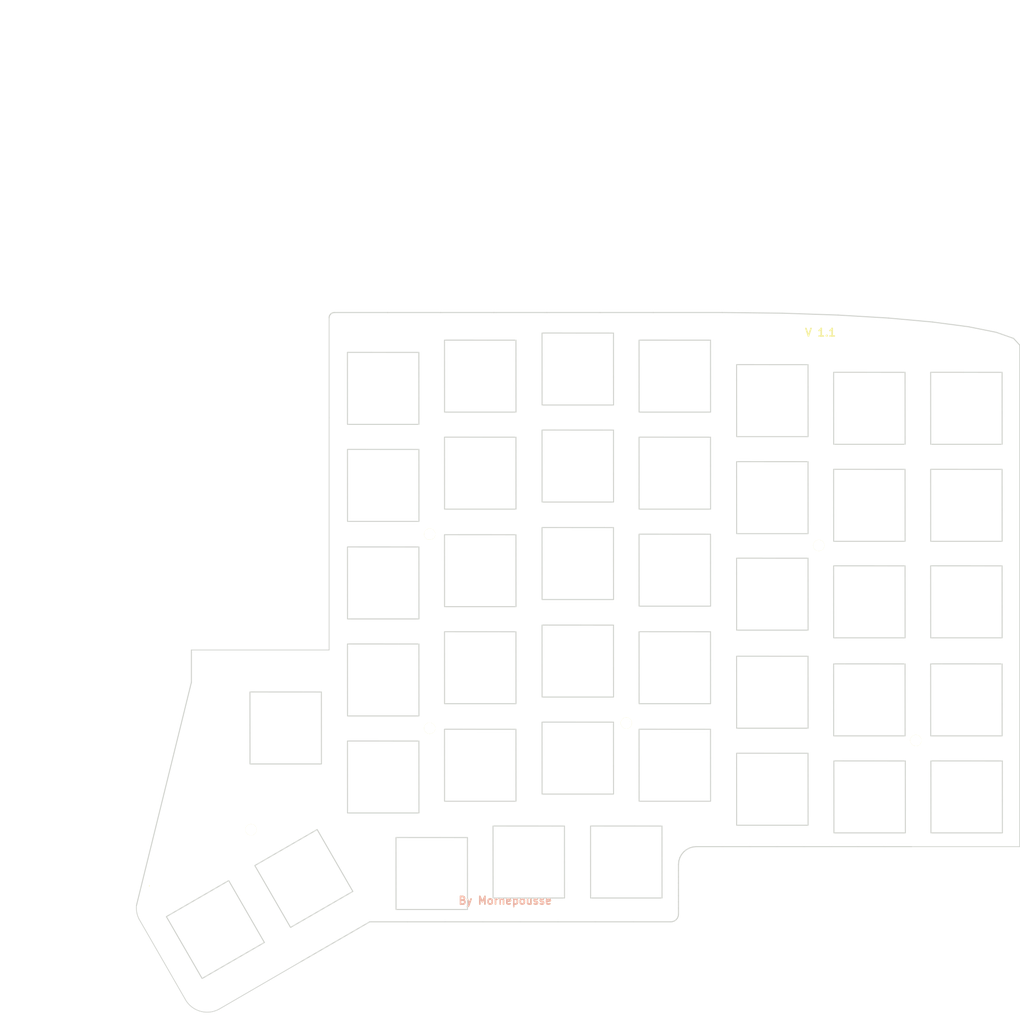
<source format=kicad_pcb>
(kicad_pcb (version 20171130) (host pcbnew "(5.1.9)-1")

  (general
    (thickness 1.6)
    (drawings 89)
    (tracks 0)
    (zones 0)
    (modules 47)
    (nets 2)
  )

  (page A4)
  (layers
    (0 F.Cu signal)
    (31 B.Cu signal)
    (32 B.Adhes user hide)
    (33 F.Adhes user hide)
    (34 B.Paste user)
    (35 F.Paste user hide)
    (36 B.SilkS user)
    (37 F.SilkS user)
    (38 B.Mask user hide)
    (39 F.Mask user hide)
    (40 Dwgs.User user hide)
    (41 Cmts.User user hide)
    (42 Eco1.User user hide)
    (43 Eco2.User user)
    (44 Edge.Cuts user)
    (45 Margin user)
    (46 B.CrtYd user)
    (47 F.CrtYd user)
    (48 B.Fab user)
    (49 F.Fab user)
  )

  (setup
    (last_trace_width 0.25)
    (user_trace_width 0.25)
    (user_trace_width 0.5)
    (trace_clearance 0.2)
    (zone_clearance 0.508)
    (zone_45_only no)
    (trace_min 0.2)
    (via_size 0.4)
    (via_drill 0.3)
    (via_min_size 0.4)
    (via_min_drill 0.3)
    (uvia_size 0.3)
    (uvia_drill 0.1)
    (uvias_allowed no)
    (uvia_min_size 0.2)
    (uvia_min_drill 0.1)
    (edge_width 0.15)
    (segment_width 0.2)
    (pcb_text_width 0.3)
    (pcb_text_size 1.5 1.5)
    (mod_edge_width 0.15)
    (mod_text_size 1 1)
    (mod_text_width 0.15)
    (pad_size 4.9 4.9)
    (pad_drill 4.7)
    (pad_to_mask_clearance 0.2)
    (aux_axis_origin 0 0)
    (visible_elements 7FFFF7FF)
    (pcbplotparams
      (layerselection 0x310cf_ffffffff)
      (usegerberextensions true)
      (usegerberattributes false)
      (usegerberadvancedattributes false)
      (creategerberjobfile false)
      (excludeedgelayer false)
      (linewidth 0.100000)
      (plotframeref true)
      (viasonmask false)
      (mode 1)
      (useauxorigin false)
      (hpglpennumber 1)
      (hpglpenspeed 20)
      (hpglpendiameter 15.000000)
      (psnegative false)
      (psa4output false)
      (plotreference true)
      (plotvalue true)
      (plotinvisibletext false)
      (padsonsilk false)
      (subtractmaskfromsilk false)
      (outputformat 1)
      (mirror false)
      (drillshape 0)
      (scaleselection 1)
      (outputdirectory "gerber/"))
  )

  (net 0 "")
  (net 1 GND)

  (net_class Default "これは標準のネット クラスです。"
    (clearance 0.2)
    (trace_width 0.25)
    (via_dia 0.4)
    (via_drill 0.3)
    (uvia_dia 0.3)
    (uvia_drill 0.1)
  )

  (net_class GND ""
    (clearance 0.2)
    (trace_width 0.5)
    (via_dia 0.4)
    (via_drill 0.3)
    (uvia_dia 0.3)
    (uvia_drill 0.1)
  )

  (net_class VCC ""
    (clearance 0.2)
    (trace_width 0.5)
    (via_dia 0.4)
    (via_drill 0.3)
    (uvia_dia 0.3)
    (uvia_drill 0.1)
  )

  (module EKR82-footprint:HOLE_M2 (layer F.Cu) (tedit 5AB4F321) (tstamp 5F393007)
    (at 168.11 96.59)
    (path /5F457323)
    (fp_text reference TH8 (at 0 -2.54) (layer F.SilkS) hide
      (effects (font (size 0.29972 0.29972) (thickness 0.0762)))
    )
    (fp_text value HOLE (at 0 2.54) (layer F.SilkS) hide
      (effects (font (size 0.29972 0.29972) (thickness 0.0762)))
    )
    (pad "" np_thru_hole circle (at 0 0) (size 2.2 2.2) (drill 2.2) (layers *.Cu *.Mask F.SilkS)
      (clearance 0.8))
  )

  (module EKR82-footprint:HOLE_M2 (layer F.Cu) (tedit 5AB4F321) (tstamp 5B8BE94E)
    (at 129.6 59.6)
    (path /5B74DA95)
    (fp_text reference TH3 (at 0 -2.54) (layer F.SilkS) hide
      (effects (font (size 0.29972 0.29972) (thickness 0.0762)))
    )
    (fp_text value HOLE (at 0 2.54) (layer F.SilkS) hide
      (effects (font (size 0.29972 0.29972) (thickness 0.0762)))
    )
    (pad "" np_thru_hole circle (at 0 0) (size 2.2 2.2) (drill 2.2) (layers *.Cu *.Mask F.SilkS)
      (clearance 0.8))
  )

  (module EKR82-footprint:HOLE_M2 (layer F.Cu) (tedit 5AB4F321) (tstamp 5B8BE953)
    (at 205.8 61.8)
    (path /5B74D1C0)
    (fp_text reference TH4 (at 0 -2.54) (layer F.SilkS) hide
      (effects (font (size 0.29972 0.29972) (thickness 0.0762)))
    )
    (fp_text value HOLE (at 0 2.54) (layer F.SilkS) hide
      (effects (font (size 0.29972 0.29972) (thickness 0.0762)))
    )
    (pad "" np_thru_hole circle (at 0 0) (size 2.2 2.2) (drill 2.2) (layers *.Cu *.Mask F.SilkS)
      (clearance 0.8))
  )

  (module EKR82-footprint:HOLE_M2 (layer F.Cu) (tedit 5AB4F321) (tstamp 5B8BE958)
    (at 129.6 97.6)
    (path /5B74D78B)
    (fp_text reference TH5 (at 0 -2.54) (layer F.SilkS) hide
      (effects (font (size 0.29972 0.29972) (thickness 0.0762)))
    )
    (fp_text value HOLE (at 0 2.54) (layer F.SilkS) hide
      (effects (font (size 0.29972 0.29972) (thickness 0.0762)))
    )
    (pad "" np_thru_hole circle (at 0 0) (size 2.2 2.2) (drill 2.2) (layers *.Cu *.Mask F.SilkS)
      (clearance 0.8))
  )

  (module EKR82-footprint:HOLE_M2 (layer F.Cu) (tedit 5AB4F321) (tstamp 5B8BE95D)
    (at 224.8 100)
    (path /5B74D88C)
    (fp_text reference TH6 (at 0 -2.54) (layer F.SilkS) hide
      (effects (font (size 0.29972 0.29972) (thickness 0.0762)))
    )
    (fp_text value HOLE (at 0 2.54) (layer F.SilkS) hide
      (effects (font (size 0.29972 0.29972) (thickness 0.0762)))
    )
    (pad "" np_thru_hole circle (at 0 0) (size 2.2 2.2) (drill 2.2) (layers *.Cu *.Mask F.SilkS)
      (clearance 0.8))
  )

  (module EKR82-footprint:HOLE_M2 (layer F.Cu) (tedit 5AB4F321) (tstamp 5B8BE962)
    (at 94.615 117.475 90)
    (path /5B74D98F)
    (fp_text reference TH7 (at 0 -2.54 90) (layer F.SilkS) hide
      (effects (font (size 0.29972 0.29972) (thickness 0.0762)))
    )
    (fp_text value HOLE (at 0 2.54 90) (layer F.SilkS) hide
      (effects (font (size 0.29972 0.29972) (thickness 0.0762)))
    )
    (pad "" np_thru_hole circle (at 0 0 90) (size 2.2 2.2) (drill 2.2) (layers *.Cu *.Mask F.SilkS)
      (clearance 0.8))
  )

  (module EKR82-footprint:MX_Socket_18mm_top (layer F.Cu) (tedit 60C9C8F8) (tstamp 5F384C99)
    (at 234.7 34.9)
    (path /5F3DDD0E)
    (fp_text reference SW40 (at 7 8.1) (layer F.SilkS) hide
      (effects (font (size 1 1) (thickness 0.15)))
    )
    (fp_text value SW_PUSH (at -7.4 -8.1) (layer F.Fab) hide
      (effects (font (size 1 1) (thickness 0.15)))
    )
    (fp_poly (pts (xy 6.99 -6.99) (xy 7 7.1) (xy -6.99 7.1) (xy -7 -7)) (layer Edge.Cuts) (width 0.2))
  )

  (module EKR82-footprint:MX_Socket_18mm_top (layer F.Cu) (tedit 60C9C8F8) (tstamp 5F384C35)
    (at 234.7 92)
    (path /5F3DDCEB)
    (fp_text reference SW38 (at 7 8.1) (layer F.SilkS) hide
      (effects (font (size 1 1) (thickness 0.15)))
    )
    (fp_text value SW_PUSH (at -7.4 -8.1) (layer F.Fab) hide
      (effects (font (size 1 1) (thickness 0.15)))
    )
    (fp_poly (pts (xy 6.99 -6.99) (xy 7 7.1) (xy -6.99 7.1) (xy -7 -7)) (layer Edge.Cuts) (width 0.2))
  )

  (module EKR82-footprint:MX_Socket_18mm_top (layer F.Cu) (tedit 60C9C8F8) (tstamp 5FADA139)
    (at 87.68 137 300)
    (path /5FADB58E)
    (fp_text reference SW41 (at 7 8.1 120) (layer F.SilkS) hide
      (effects (font (size 1 1) (thickness 0.15)))
    )
    (fp_text value SW_PUSH (at -7.4 -8.1 120) (layer F.Fab) hide
      (effects (font (size 1 1) (thickness 0.15)))
    )
    (fp_poly (pts (xy 6.99 -6.99) (xy 7 7.1) (xy -6.99 7.1) (xy -7 -7)) (layer Edge.Cuts) (width 0.2))
  )

  (module EKR82-footprint:MX_Socket_18mm_top (layer F.Cu) (tedit 60C9C8F8) (tstamp 5F384C67)
    (at 234.75 111)
    (path /5F3DDCF7)
    (fp_text reference SW39 (at 7 8.1) (layer F.SilkS) hide
      (effects (font (size 1 1) (thickness 0.15)))
    )
    (fp_text value SW_PUSH (at -7.4 -8.1) (layer F.Fab) hide
      (effects (font (size 1 1) (thickness 0.15)))
    )
    (fp_poly (pts (xy 6.99 -6.99) (xy 7 7.1) (xy -6.99 7.1) (xy -7 -7)) (layer Edge.Cuts) (width 0.2))
  )

  (module EKR82-footprint:MX_Socket_18mm_top (layer F.Cu) (tedit 60C9C8F8) (tstamp 5F384C03)
    (at 234.7 72.8)
    (path /5F3DDCDF)
    (fp_text reference SW37 (at 7 8.1) (layer F.SilkS) hide
      (effects (font (size 1 1) (thickness 0.15)))
    )
    (fp_text value SW_PUSH (at -7.4 -8.1) (layer F.Fab) hide
      (effects (font (size 1 1) (thickness 0.15)))
    )
    (fp_poly (pts (xy 6.99 -6.99) (xy 7 7.1) (xy -6.99 7.1) (xy -7 -7)) (layer Edge.Cuts) (width 0.2))
  )

  (module EKR82-footprint:MX_Socket_18mm_top (layer F.Cu) (tedit 60C9C8F8) (tstamp 5F384985)
    (at 234.7 53.9)
    (path /5F3DDCD3)
    (fp_text reference SW30 (at 7 8.1) (layer F.SilkS) hide
      (effects (font (size 1 1) (thickness 0.15)))
    )
    (fp_text value SW_PUSH (at -7.4 -8.1) (layer F.Fab) hide
      (effects (font (size 1 1) (thickness 0.15)))
    )
    (fp_poly (pts (xy 6.99 -6.99) (xy 7 7.1) (xy -6.99 7.1) (xy -7 -7)) (layer Edge.Cuts) (width 0.2))
  )

  (module EKR82-footprint:MX_Socket_18mm_top (layer F.Cu) (tedit 60C9C8F8) (tstamp 5BE98402)
    (at 215.7 53.9)
    (path /5B722CA9)
    (fp_text reference SW6 (at 7 8.1) (layer F.SilkS) hide
      (effects (font (size 1 1) (thickness 0.15)))
    )
    (fp_text value SW_PUSH (at -7.4 -8.1) (layer F.Fab) hide
      (effects (font (size 1 1) (thickness 0.15)))
    )
    (fp_poly (pts (xy 6.99 -6.99) (xy 7 7.1) (xy -6.99 7.1) (xy -7 -7)) (layer Edge.Cuts) (width 0.2))
  )

  (module EKR82-footprint:MX_Socket_18mm_top (layer F.Cu) (tedit 60C9C8F8) (tstamp 5F3811A8)
    (at 215.7 34.9)
    (path /5F394E22)
    (fp_text reference SW36 (at 7 8.1) (layer F.SilkS) hide
      (effects (font (size 1 1) (thickness 0.15)))
    )
    (fp_text value SW_PUSH (at -7.4 -8.1) (layer F.Fab) hide
      (effects (font (size 1 1) (thickness 0.15)))
    )
    (fp_poly (pts (xy 6.99 -6.99) (xy 7 7.1) (xy -6.99 7.1) (xy -7 -7)) (layer Edge.Cuts) (width 0.2))
  )

  (module EKR82-footprint:MX_Socket_18mm_top (layer F.Cu) (tedit 60C9C8F8) (tstamp 5F381176)
    (at 196.7 33.4)
    (path /5F394DEF)
    (fp_text reference SW35 (at 7 8.1) (layer F.SilkS) hide
      (effects (font (size 1 1) (thickness 0.15)))
    )
    (fp_text value SW_PUSH (at -7.4 -8.1) (layer F.Fab) hide
      (effects (font (size 1 1) (thickness 0.15)))
    )
    (fp_poly (pts (xy 6.99 -6.99) (xy 7 7.1) (xy -6.99 7.1) (xy -7 -7)) (layer Edge.Cuts) (width 0.2))
  )

  (module EKR82-footprint:MX_Socket_18mm_top (layer F.Cu) (tedit 60C9C8F8) (tstamp 5F381144)
    (at 177.6 28.6)
    (path /5F394DE9)
    (fp_text reference SW34 (at 7 8.1) (layer F.SilkS) hide
      (effects (font (size 1 1) (thickness 0.15)))
    )
    (fp_text value SW_PUSH (at -7.4 -8.1) (layer F.Fab) hide
      (effects (font (size 1 1) (thickness 0.15)))
    )
    (fp_poly (pts (xy 6.99 -6.99) (xy 7 7.1) (xy -6.99 7.1) (xy -7 -7)) (layer Edge.Cuts) (width 0.2))
  )

  (module EKR82-footprint:MX_Socket_18mm_top (layer F.Cu) (tedit 60C9C8F8) (tstamp 5F381112)
    (at 158.6 27.21)
    (path /5F394DE3)
    (fp_text reference SW33 (at 7 8.1) (layer F.SilkS) hide
      (effects (font (size 1 1) (thickness 0.15)))
    )
    (fp_text value SW_PUSH (at -7.4 -8.1) (layer F.Fab) hide
      (effects (font (size 1 1) (thickness 0.15)))
    )
    (fp_poly (pts (xy 6.99 -6.99) (xy 7 7.1) (xy -6.99 7.1) (xy -7 -7)) (layer Edge.Cuts) (width 0.2))
  )

  (module EKR82-footprint:MX_Socket_18mm_top (layer F.Cu) (tedit 60C9C8F8) (tstamp 5F3810E0)
    (at 139.5 28.6)
    (path /5F394DDD)
    (fp_text reference SW32 (at 7 8.1) (layer F.SilkS) hide
      (effects (font (size 1 1) (thickness 0.15)))
    )
    (fp_text value SW_PUSH (at -7.4 -8.1) (layer F.Fab) hide
      (effects (font (size 1 1) (thickness 0.15)))
    )
    (fp_poly (pts (xy 6.99 -6.99) (xy 7 7.1) (xy -6.99 7.1) (xy -7 -7)) (layer Edge.Cuts) (width 0.2))
  )

  (module EKR82-footprint:MX_Socket_18mm_top (layer F.Cu) (tedit 60C9C8F8) (tstamp 5BE98560)
    (at 196.7 71.3)
    (path /5B72387D)
    (fp_text reference SW11 (at 7 8.1) (layer F.SilkS) hide
      (effects (font (size 1 1) (thickness 0.15)))
    )
    (fp_text value SW_PUSH (at -7.4 -8.1) (layer F.Fab) hide
      (effects (font (size 1 1) (thickness 0.15)))
    )
    (fp_poly (pts (xy 6.99 -6.99) (xy 7 7.1) (xy -6.99 7.1) (xy -7 -7)) (layer Edge.Cuts) (width 0.2))
  )

  (module EKR82-footprint:MX_Socket_18mm_top (layer F.Cu) (tedit 60C9C8F8) (tstamp 5BE98A06)
    (at 149 123.75)
    (path /5B734347)
    (fp_text reference SW28 (at 7 8.1) (layer F.SilkS) hide
      (effects (font (size 1 1) (thickness 0.15)))
    )
    (fp_text value SW_PUSH (at -7.4 -8.1) (layer F.Fab) hide
      (effects (font (size 1 1) (thickness 0.15)))
    )
    (fp_poly (pts (xy 6.99 -6.99) (xy 7 7.1) (xy -6.99 7.1) (xy -7 -7)) (layer Edge.Cuts) (width 0.2))
  )

  (module EKR82-footprint:MX_Socket_18mm_top (layer F.Cu) (tedit 60C9C8F8) (tstamp 5BE98704)
    (at 196.7 90.5)
    (path /5B7252F1)
    (fp_text reference SW17 (at 7 8.1) (layer F.SilkS) hide
      (effects (font (size 1 1) (thickness 0.15)))
    )
    (fp_text value SW_PUSH (at -7.4 -8.1) (layer F.Fab) hide
      (effects (font (size 1 1) (thickness 0.15)))
    )
    (fp_poly (pts (xy 6.99 -6.99) (xy 7 7.1) (xy -6.99 7.1) (xy -7 -7)) (layer Edge.Cuts) (width 0.2))
  )

  (module EKR82-footprint:MX_Socket_18mm_top (layer F.Cu) (tedit 60C9C8F8) (tstamp 5BE983BC)
    (at 196.7 52.4)
    (path /5B722B51)
    (fp_text reference SW5 (at 7 8.1) (layer F.SilkS) hide
      (effects (font (size 1 1) (thickness 0.15)))
    )
    (fp_text value SW_PUSH (at -7.4 -8.1) (layer F.Fab) hide
      (effects (font (size 1 1) (thickness 0.15)))
    )
    (fp_poly (pts (xy 6.99 -6.99) (xy 7 7.1) (xy -6.99 7.1) (xy -7 -7)) (layer Edge.Cuts) (width 0.2))
  )

  (module EKR82-footprint:MX_Socket_18mm_top (layer F.Cu) (tedit 60C9C8F8) (tstamp 5BE98376)
    (at 177.6 47.6)
    (path /5B722A11)
    (fp_text reference SW4 (at 7 8.1) (layer F.SilkS) hide
      (effects (font (size 1 1) (thickness 0.15)))
    )
    (fp_text value SW_PUSH (at -7.4 -8.1) (layer F.Fab) hide
      (effects (font (size 1 1) (thickness 0.15)))
    )
    (fp_poly (pts (xy 6.99 -6.99) (xy 7 7.1) (xy -6.99 7.1) (xy -7 -7)) (layer Edge.Cuts) (width 0.2))
  )

  (module EKR82-footprint:MX_Socket_18mm_top (layer F.Cu) (tedit 60C9C8F8) (tstamp 5BE982EA)
    (at 139.5 47.6)
    (path /5B7227CD)
    (fp_text reference SW2 (at 7 8.1) (layer F.SilkS) hide
      (effects (font (size 1 1) (thickness 0.15)))
    )
    (fp_text value SW_PUSH (at -7.4 -8.1) (layer F.Fab) hide
      (effects (font (size 1 1) (thickness 0.15)))
    )
    (fp_poly (pts (xy 6.99 -6.99) (xy 7 7.1) (xy -6.99 7.1) (xy -7 -7)) (layer Edge.Cuts) (width 0.2))
  )

  (module EKR82-footprint:MX_Socket_18mm_top (layer F.Cu) (tedit 60C9C8F8) (tstamp 5BE9897A)
    (at 105 127 300)
    (path /5B722582)
    (fp_text reference SW26 (at 7 8.1 300) (layer F.SilkS) hide
      (effects (font (size 1 1) (thickness 0.15)))
    )
    (fp_text value SW_PUSH (at -7.4 -8.1 300) (layer F.Fab) hide
      (effects (font (size 1 1) (thickness 0.15)))
    )
    (fp_poly (pts (xy 6.99 -6.99) (xy 7 7.1) (xy -6.99 7.1) (xy -7 -7)) (layer Edge.Cuts) (width 0.2))
  )

  (module EKR82-footprint:MX_Socket_18mm_top (layer F.Cu) (tedit 60C9C8F8) (tstamp 5BE98A4C)
    (at 168.1 123.75)
    (path /5B73449B)
    (fp_text reference SW29 (at 7 8.1) (layer F.SilkS) hide
      (effects (font (size 1 1) (thickness 0.15)))
    )
    (fp_text value SW_PUSH (at -7.4 -8.1) (layer F.Fab) hide
      (effects (font (size 1 1) (thickness 0.15)))
    )
    (fp_poly (pts (xy 6.99 -6.99) (xy 7 7.1) (xy -6.99 7.1) (xy -7 -7)) (layer Edge.Cuts) (width 0.2))
  )

  (module EKR82-footprint:MX_Socket_18mm_top (layer F.Cu) (tedit 60C9C8F8) (tstamp 5BE989C0)
    (at 130 126)
    (path /5B7293B0)
    (fp_text reference SW27 (at 7 8.1) (layer F.SilkS) hide
      (effects (font (size 1 1) (thickness 0.15)))
    )
    (fp_text value SW_PUSH (at -7.4 -8.1) (layer F.Fab) hide
      (effects (font (size 1 1) (thickness 0.15)))
    )
    (fp_poly (pts (xy 6.99 -6.99) (xy 7 7.1) (xy -6.99 7.1) (xy -7 -7)) (layer Edge.Cuts) (width 0.2))
  )

  (module EKR82-footprint:MX_Socket_18mm_top (layer F.Cu) (tedit 60C9C8F8) (tstamp 5BE98934)
    (at 101.4 97.5)
    (path /5B722503)
    (fp_text reference SW25 (at 7 8.1) (layer F.SilkS) hide
      (effects (font (size 1 1) (thickness 0.15)))
    )
    (fp_text value SW_PUSH (at -7.4 -8.1) (layer F.Fab) hide
      (effects (font (size 1 1) (thickness 0.15)))
    )
    (fp_poly (pts (xy 6.99 -6.99) (xy 7 7.1) (xy -6.99 7.1) (xy -7 -7)) (layer Edge.Cuts) (width 0.2))
  )

  (module EKR82-footprint:MX_Socket_18mm_top (layer F.Cu) (tedit 60C9C8F8) (tstamp 5BE988EE)
    (at 215.75 111)
    (path /5B7271A5)
    (fp_text reference SW24 (at 7 8.1) (layer F.SilkS) hide
      (effects (font (size 1 1) (thickness 0.15)))
    )
    (fp_text value SW_PUSH (at -7.4 -8.1) (layer F.Fab) hide
      (effects (font (size 1 1) (thickness 0.15)))
    )
    (fp_poly (pts (xy 6.99 -6.99) (xy 7 7.1) (xy -6.99 7.1) (xy -7 -7)) (layer Edge.Cuts) (width 0.2))
  )

  (module EKR82-footprint:MX_Socket_18mm_top (layer F.Cu) (tedit 60C9C8F8) (tstamp 5BE988A8)
    (at 196.7 109.5)
    (path /5B7270F6)
    (fp_text reference SW23 (at 7 8.1) (layer F.SilkS) hide
      (effects (font (size 1 1) (thickness 0.15)))
    )
    (fp_text value SW_PUSH (at -7.4 -8.1) (layer F.Fab) hide
      (effects (font (size 1 1) (thickness 0.15)))
    )
    (fp_poly (pts (xy 6.99 -6.99) (xy 7 7.1) (xy -6.99 7.1) (xy -7 -7)) (layer Edge.Cuts) (width 0.2))
  )

  (module EKR82-footprint:MX_Socket_18mm_top (layer F.Cu) (tedit 60C9C8F8) (tstamp 5BE98862)
    (at 177.6 104.8)
    (path /5B727035)
    (fp_text reference SW22 (at 7 8.1) (layer F.SilkS) hide
      (effects (font (size 1 1) (thickness 0.15)))
    )
    (fp_text value SW_PUSH (at -7.4 -8.1) (layer F.Fab) hide
      (effects (font (size 1 1) (thickness 0.15)))
    )
    (fp_poly (pts (xy 6.99 -6.99) (xy 7 7.1) (xy -6.99 7.1) (xy -7 -7)) (layer Edge.Cuts) (width 0.2))
  )

  (module EKR82-footprint:MX_Socket_18mm_top (layer F.Cu) (tedit 60C9C8F8) (tstamp 5BE9881C)
    (at 158.6 103.4)
    (path /5B726F89)
    (fp_text reference SW21 (at 7 8.1) (layer F.SilkS) hide
      (effects (font (size 1 1) (thickness 0.15)))
    )
    (fp_text value SW_PUSH (at -7.4 -8.1) (layer F.Fab) hide
      (effects (font (size 1 1) (thickness 0.15)))
    )
    (fp_poly (pts (xy 6.99 -6.99) (xy 7 7.1) (xy -6.99 7.1) (xy -7 -7)) (layer Edge.Cuts) (width 0.2))
  )

  (module EKR82-footprint:MX_Socket_18mm_top (layer F.Cu) (tedit 60C9C8F8) (tstamp 5BE987D6)
    (at 139.5 104.8)
    (path /5B727256)
    (fp_text reference SW20 (at 7 8.1) (layer F.SilkS) hide
      (effects (font (size 1 1) (thickness 0.15)))
    )
    (fp_text value SW_PUSH (at -7.4 -8.1) (layer F.Fab) hide
      (effects (font (size 1 1) (thickness 0.15)))
    )
    (fp_poly (pts (xy 6.99 -6.99) (xy 7 7.1) (xy -6.99 7.1) (xy -7 -7)) (layer Edge.Cuts) (width 0.2))
  )

  (module EKR82-footprint:MX_Socket_18mm_top (layer F.Cu) (tedit 60C9C8F8) (tstamp 5BE98790)
    (at 120.5 107.1)
    (path /5B727312)
    (fp_text reference SW19 (at 7 8.1) (layer F.SilkS) hide
      (effects (font (size 1 1) (thickness 0.15)))
    )
    (fp_text value SW_PUSH (at -7.4 -8.1) (layer F.Fab) hide
      (effects (font (size 1 1) (thickness 0.15)))
    )
    (fp_poly (pts (xy 6.99 -6.99) (xy 7 7.1) (xy -6.99 7.1) (xy -7 -7)) (layer Edge.Cuts) (width 0.2))
  )

  (module EKR82-footprint:MX_Socket_18mm_top (layer F.Cu) (tedit 60C9C8F8) (tstamp 5BE9874A)
    (at 215.7 92)
    (path /5B725398)
    (fp_text reference SW18 (at 7 8.1) (layer F.SilkS) hide
      (effects (font (size 1 1) (thickness 0.15)))
    )
    (fp_text value SW_PUSH (at -7.4 -8.1) (layer F.Fab) hide
      (effects (font (size 1 1) (thickness 0.15)))
    )
    (fp_poly (pts (xy 6.99 -6.99) (xy 7 7.1) (xy -6.99 7.1) (xy -7 -7)) (layer Edge.Cuts) (width 0.2))
  )

  (module EKR82-footprint:MX_Socket_18mm_top (layer F.Cu) (tedit 60C9C8F8) (tstamp 5BE986BE)
    (at 177.6 85.7)
    (path /5B72524E)
    (fp_text reference SW16 (at 7 8.1) (layer F.SilkS) hide
      (effects (font (size 1 1) (thickness 0.15)))
    )
    (fp_text value SW_PUSH (at -7.4 -8.1) (layer F.Fab) hide
      (effects (font (size 1 1) (thickness 0.15)))
    )
    (fp_poly (pts (xy 6.99 -6.99) (xy 7 7.1) (xy -6.99 7.1) (xy -7 -7)) (layer Edge.Cuts) (width 0.2))
  )

  (module EKR82-footprint:MX_Socket_18mm_top (layer F.Cu) (tedit 60C9C8F8) (tstamp 5BE98678)
    (at 158.6 84.4)
    (path /5B7251BF)
    (fp_text reference SW15 (at 7 8.1) (layer F.SilkS) hide
      (effects (font (size 1 1) (thickness 0.15)))
    )
    (fp_text value SW_PUSH (at -7.4 -8.1) (layer F.Fab) hide
      (effects (font (size 1 1) (thickness 0.15)))
    )
    (fp_poly (pts (xy 6.99 -6.99) (xy 7 7.1) (xy -6.99 7.1) (xy -7 -7)) (layer Edge.Cuts) (width 0.2))
  )

  (module EKR82-footprint:MX_Socket_18mm_top (layer F.Cu) (tedit 60C9C8F8) (tstamp 5BE98632)
    (at 139.5 85.7)
    (path /5B725133)
    (fp_text reference SW14 (at 7 8.1) (layer F.SilkS) hide
      (effects (font (size 1 1) (thickness 0.15)))
    )
    (fp_text value SW_PUSH (at -7.4 -8.1) (layer F.Fab) hide
      (effects (font (size 1 1) (thickness 0.15)))
    )
    (fp_poly (pts (xy 6.99 -6.99) (xy 7 7.1) (xy -6.99 7.1) (xy -7 -7)) (layer Edge.Cuts) (width 0.2))
  )

  (module EKR82-footprint:MX_Socket_18mm_top (layer F.Cu) (tedit 60C9C8F8) (tstamp 5BE985EC)
    (at 120.5 88.1)
    (path /5B7250AD)
    (fp_text reference SW13 (at 7 8.1) (layer F.SilkS) hide
      (effects (font (size 1 1) (thickness 0.15)))
    )
    (fp_text value SW_PUSH (at -7.4 -8.1) (layer F.Fab) hide
      (effects (font (size 1 1) (thickness 0.15)))
    )
    (fp_poly (pts (xy 6.99 -6.99) (xy 7 7.1) (xy -6.99 7.1) (xy -7 -7)) (layer Edge.Cuts) (width 0.2))
  )

  (module EKR82-footprint:MX_Socket_18mm_top (layer F.Cu) (tedit 60C9C8F8) (tstamp 5BE985A6)
    (at 215.7 72.8)
    (path /5B723AD3)
    (fp_text reference SW12 (at 7 8.1) (layer F.SilkS) hide
      (effects (font (size 1 1) (thickness 0.15)))
    )
    (fp_text value SW_PUSH (at -7.4 -8.1) (layer F.Fab) hide
      (effects (font (size 1 1) (thickness 0.15)))
    )
    (fp_poly (pts (xy 6.99 -6.99) (xy 7 7.1) (xy -6.99 7.1) (xy -7 -7)) (layer Edge.Cuts) (width 0.2))
  )

  (module EKR82-footprint:MX_Socket_18mm_top (layer F.Cu) (tedit 60C9C8F8) (tstamp 5BE9851A)
    (at 177.6 66.6)
    (path /5B7237A6)
    (fp_text reference SW10 (at 7 8.1) (layer F.SilkS) hide
      (effects (font (size 1 1) (thickness 0.15)))
    )
    (fp_text value SW_PUSH (at -7.4 -8.1) (layer F.Fab) hide
      (effects (font (size 1 1) (thickness 0.15)))
    )
    (fp_poly (pts (xy 6.99 -6.99) (xy 7 7.1) (xy -6.99 7.1) (xy -7 -7)) (layer Edge.Cuts) (width 0.2))
  )

  (module EKR82-footprint:MX_Socket_18mm_top (layer F.Cu) (tedit 60C9C8F8) (tstamp 5BE984D4)
    (at 158.6 65.3)
    (path /5B723731)
    (fp_text reference SW9 (at 7 8.1) (layer F.SilkS) hide
      (effects (font (size 1 1) (thickness 0.15)))
    )
    (fp_text value SW_PUSH (at -7.4 -8.1) (layer F.Fab) hide
      (effects (font (size 1 1) (thickness 0.15)))
    )
    (fp_poly (pts (xy 6.99 -6.99) (xy 7 7.1) (xy -6.99 7.1) (xy -7 -7)) (layer Edge.Cuts) (width 0.2))
  )

  (module EKR82-footprint:MX_Socket_18mm_top (layer F.Cu) (tedit 60C9C8F8) (tstamp 5BE9848E)
    (at 139.5 66.7)
    (path /5B723388)
    (fp_text reference SW8 (at 7 8.1) (layer F.SilkS) hide
      (effects (font (size 1 1) (thickness 0.15)))
    )
    (fp_text value SW_PUSH (at -7.4 -8.1) (layer F.Fab) hide
      (effects (font (size 1 1) (thickness 0.15)))
    )
    (fp_poly (pts (xy 6.99 -6.99) (xy 7 7.1) (xy -6.99 7.1) (xy -7 -7)) (layer Edge.Cuts) (width 0.2))
  )

  (module EKR82-footprint:MX_Socket_18mm_top (layer F.Cu) (tedit 60C9C8F8) (tstamp 5BE98448)
    (at 120.5 69.1)
    (path /5B723C9D)
    (fp_text reference SW7 (at 7 8.1) (layer F.SilkS) hide
      (effects (font (size 1 1) (thickness 0.15)))
    )
    (fp_text value SW_PUSH (at -7.4 -8.1) (layer F.Fab) hide
      (effects (font (size 1 1) (thickness 0.15)))
    )
    (fp_poly (pts (xy 6.99 -6.99) (xy 7 7.1) (xy -6.99 7.1) (xy -7 -7)) (layer Edge.Cuts) (width 0.2))
  )

  (module EKR82-footprint:MX_Socket_18mm_top (layer F.Cu) (tedit 60C9C8F8) (tstamp 5BE98330)
    (at 158.6 46.21)
    (path /5B7228F7)
    (fp_text reference SW3 (at 7 8.1) (layer F.SilkS) hide
      (effects (font (size 1 1) (thickness 0.15)))
    )
    (fp_text value SW_PUSH (at -7.4 -8.1) (layer F.Fab) hide
      (effects (font (size 1 1) (thickness 0.15)))
    )
    (fp_poly (pts (xy 6.99 -6.99) (xy 7 7.1) (xy -6.99 7.1) (xy -7 -7)) (layer Edge.Cuts) (width 0.2))
  )

  (module EKR82-footprint:MX_Socket_18mm_top (layer F.Cu) (tedit 60C9C8F8) (tstamp 5BE982A4)
    (at 120.5 50)
    (path /5B7225DA)
    (fp_text reference SW1 (at 7 8.1) (layer F.SilkS) hide
      (effects (font (size 1 1) (thickness 0.15)))
    )
    (fp_text value SW_PUSH (at -7.4 -8.1) (layer F.Fab) hide
      (effects (font (size 1 1) (thickness 0.15)))
    )
    (fp_poly (pts (xy 6.99 -6.99) (xy 7 7.1) (xy -6.99 7.1) (xy -7 -7)) (layer Edge.Cuts) (width 0.2))
  )

  (module EKR82-footprint:MX_Socket_18mm_top (layer F.Cu) (tedit 60C9C8F8) (tstamp 5F3810AE)
    (at 120.49 31)
    (path /5F394DD7)
    (fp_text reference SW31 (at 7 8.1) (layer F.SilkS) hide
      (effects (font (size 1 1) (thickness 0.15)))
    )
    (fp_text value SW_PUSH (at -7.4 -8.1) (layer F.Fab) hide
      (effects (font (size 1 1) (thickness 0.15)))
    )
    (fp_poly (pts (xy 6.99 -6.99) (xy 7 7.1) (xy -6.99 7.1) (xy -7 -7)) (layer Edge.Cuts) (width 0.2))
  )

  (gr_line (start 82.937528 82.285296) (end 109.89821 82.285296) (layer Edge.Cuts) (width 0.15))
  (gr_text "V 1.1" (at 206.13 20.12) (layer F.SilkS)
    (effects (font (size 1.5 1.5) (thickness 0.3)))
  )
  (gr_text "By Mornepousse" (at 144.38 131.36) (layer B.SilkS) (tstamp 60C11CC4)
    (effects (font (size 1.5 1.5) (thickness 0.3)))
  )
  (gr_text "By Mornepousse" (at 144.38 131.36) (layer F.SilkS)
    (effects (font (size 1.5 1.5) (thickness 0.3)))
  )
  (gr_line (start 74.7 128.475) (end 74.725 128.475) (layer F.SilkS) (width 0.15))
  (gr_arc (start 77.0509 132.7658) (end 72.175 132.325) (angle -31.79678001) (layer Edge.Cuts) (width 0.15) (tstamp 5FADB3CA))
  (gr_arc (start 86.0171 148.2979) (end 81.699101 150.634699) (angle -89.88971438) (layer Edge.Cuts) (width 0.15))
  (gr_line (start 72.674503 134.960305) (end 81.699101 150.634699) (layer Edge.Cuts) (width 0.15))
  (gr_line (start 104.456758 143.271756) (end 88.345583 152.620389) (layer Edge.Cuts) (width 0.15) (tstamp 5FADAC01))
  (gr_line (start 245.12 120.789735) (end 245.12 22.546755) (layer Edge.Cuts) (width 0.15))
  (gr_line (start 223.959999 120.789735) (end 245.12 120.789735) (layer Edge.Cuts) (width 0.15))
  (gr_line (start 109.89821 36.78) (end 109.89821 17.246762) (layer Edge.Cuts) (width 0.15) (tstamp 5F3930BF))
  (gr_line (start 109.89821 82.285296) (end 109.89821 36.78) (layer Edge.Cuts) (width 0.15))
  (gr_line (start 240.549319 20.073847) (end 235.185697 18.995159) (layer Edge.Cuts) (width 0.2))
  (gr_line (start 235.185697 18.995159) (end 228.080758 18.055561) (layer Edge.Cuts) (width 0.2))
  (gr_line (start 116.186619 136.480784) (end 117.862313 135.510645) (layer Edge.Cuts) (width 0.2))
  (gr_line (start 114.510925 137.450923) (end 116.186619 136.480784) (layer Edge.Cuts) (width 0.2))
  (gr_line (start 142.171711 16.196762) (end 131.763877 16.196762) (layer Edge.Cuts) (width 0.2))
  (gr_line (start 218.692418 120.789735) (end 223.959999 120.789735) (layer Edge.Cuts) (width 0.2))
  (gr_line (start 213.424836 120.789735) (end 218.692418 120.789735) (layer Edge.Cuts) (width 0.2))
  (gr_line (start 208.157255 120.789735) (end 213.424836 120.789735) (layer Edge.Cuts) (width 0.2))
  (gr_line (start 202.889673 120.789735) (end 208.157255 120.789735) (layer Edge.Cuts) (width 0.2))
  (gr_line (start 197.622092 120.789735) (end 202.889673 120.789735) (layer Edge.Cuts) (width 0.2))
  (gr_line (start 192.354511 120.789735) (end 197.622092 120.789735) (layer Edge.Cuts) (width 0.2))
  (gr_line (start 187.086929 120.789735) (end 192.354511 120.789735) (layer Edge.Cuts) (width 0.2))
  (gr_line (start 181.819348 120.789735) (end 187.086929 120.789735) (layer Edge.Cuts) (width 0.2))
  (gr_line (start 181.113524 120.860778) (end 181.819348 120.789735) (layer Edge.Cuts) (width 0.2))
  (gr_line (start 180.456326 121.064561) (end 181.113524 120.860778) (layer Edge.Cuts) (width 0.2))
  (gr_line (start 179.861773 121.387065) (end 180.456326 121.064561) (layer Edge.Cuts) (width 0.2))
  (gr_line (start 179.343884 121.814271) (end 179.861773 121.387065) (layer Edge.Cuts) (width 0.2))
  (gr_line (start 178.916678 122.33216) (end 179.343884 121.814271) (layer Edge.Cuts) (width 0.2))
  (gr_line (start 178.594174 122.926713) (end 178.916678 122.33216) (layer Edge.Cuts) (width 0.2))
  (gr_line (start 178.390391 123.583911) (end 178.594174 122.926713) (layer Edge.Cuts) (width 0.2))
  (gr_line (start 178.319348 124.289735) (end 178.390391 123.583911) (layer Edge.Cuts) (width 0.2))
  (gr_line (start 219.467654 17.280488) (end 209.579538 16.695374) (layer Edge.Cuts) (width 0.2))
  (gr_line (start 228.080758 18.055561) (end 219.467654 17.280488) (layer Edge.Cuts) (width 0.2))
  (gr_line (start 198.649563 16.325654) (end 186.910881 16.196762) (layer Edge.Cuts) (width 0.2))
  (gr_line (start 209.579538 16.695374) (end 198.649563 16.325654) (layer Edge.Cuts) (width 0.2))
  (gr_line (start 177.658308 135.25566) (end 177.4035 135.393876) (layer Edge.Cuts) (width 0.2))
  (gr_line (start 177.880261 135.072571) (end 177.658308 135.25566) (layer Edge.Cuts) (width 0.2))
  (gr_line (start 178.063349 134.850619) (end 177.880261 135.072571) (layer Edge.Cuts) (width 0.2))
  (gr_line (start 178.201565 134.59581) (end 178.063349 134.850619) (layer Edge.Cuts) (width 0.2))
  (gr_line (start 178.288901 134.314154) (end 178.201565 134.59581) (layer Edge.Cuts) (width 0.2))
  (gr_line (start 178.319348 134.034052) (end 178.288901 134.314154) (layer Edge.Cuts) (width 0.2))
  (gr_line (start 82.937528 88.592229) (end 82.937528 82.285296) (layer Edge.Cuts) (width 0.2))
  (gr_line (start 131.763877 16.196762) (end 121.356044 16.196762) (layer Edge.Cuts) (width 0.2))
  (gr_line (start 152.579545 16.196762) (end 142.171711 16.196762) (layer Edge.Cuts) (width 0.2))
  (gr_line (start 162.987379 16.196762) (end 152.579545 16.196762) (layer Edge.Cuts) (width 0.2))
  (gr_line (start 173.395213 16.196762) (end 162.987379 16.196762) (layer Edge.Cuts) (width 0.2))
  (gr_line (start 186.910881 16.196762) (end 173.395213 16.196762) (layer Edge.Cuts) (width 0.2))
  (gr_line (start 110.360937 16.375961) (end 110.539303 16.27921) (layer Edge.Cuts) (width 0.2))
  (gr_line (start 110.20557 16.504123) (end 110.360937 16.375961) (layer Edge.Cuts) (width 0.2))
  (gr_line (start 110.077409 16.659489) (end 110.20557 16.504123) (layer Edge.Cuts) (width 0.2))
  (gr_line (start 109.980657 16.837855) (end 110.077409 16.659489) (layer Edge.Cuts) (width 0.2))
  (gr_line (start 109.919523 17.035015) (end 109.980657 16.837855) (layer Edge.Cuts) (width 0.2))
  (gr_line (start 109.89821 17.246762) (end 109.919523 17.035015) (layer Edge.Cuts) (width 0.2))
  (gr_line (start 110.736462 16.218075) (end 110.94821 16.196762) (layer Edge.Cuts) (width 0.2))
  (gr_line (start 110.539303 16.27921) (end 110.736462 16.218075) (layer Edge.Cuts) (width 0.2))
  (gr_line (start 121.356044 16.196762) (end 110.94821 16.196762) (layer Edge.Cuts) (width 0.2))
  (gr_line (start 82.937777 88.592317) (end 72.175 132.325) (layer Edge.Cuts) (width 0.2))
  (gr_line (start 112.83523 138.421062) (end 114.510925 137.450923) (layer Edge.Cuts) (width 0.2))
  (gr_line (start 111.159536 139.391201) (end 112.83523 138.421062) (layer Edge.Cuts) (width 0.2))
  (gr_line (start 109.483841 140.36134) (end 111.159536 139.391201) (layer Edge.Cuts) (width 0.2))
  (gr_line (start 107.808147 141.331479) (end 109.483841 140.36134) (layer Edge.Cuts) (width 0.2))
  (gr_line (start 106.132452 142.301617) (end 107.808147 141.331479) (layer Edge.Cuts) (width 0.2))
  (gr_line (start 104.456758 143.271756) (end 106.132452 142.301617) (layer Edge.Cuts) (width 0.2))
  (gr_line (start 169.449826 135.511658) (end 176.819348 135.511658) (layer Edge.Cuts) (width 0.2))
  (gr_line (start 162.080304 135.511658) (end 169.449826 135.511658) (layer Edge.Cuts) (width 0.2))
  (gr_line (start 154.710782 135.511658) (end 162.080304 135.511658) (layer Edge.Cuts) (width 0.2))
  (gr_line (start 147.34126 135.511658) (end 154.710782 135.511658) (layer Edge.Cuts) (width 0.2))
  (gr_line (start 139.971738 135.511658) (end 147.34126 135.511658) (layer Edge.Cuts) (width 0.2))
  (gr_line (start 132.602217 135.511658) (end 139.971738 135.511658) (layer Edge.Cuts) (width 0.2))
  (gr_line (start 125.232695 135.511658) (end 132.602217 135.511658) (layer Edge.Cuts) (width 0.2))
  (gr_line (start 117.863173 135.511658) (end 125.232695 135.511658) (layer Edge.Cuts) (width 0.2))
  (gr_line (start 178.319348 132.816013) (end 178.319348 134.034052) (layer Edge.Cuts) (width 0.2))
  (gr_line (start 178.319348 131.597973) (end 178.319348 132.816013) (layer Edge.Cuts) (width 0.2))
  (gr_line (start 178.319348 130.379933) (end 178.319348 131.597973) (layer Edge.Cuts) (width 0.2))
  (gr_line (start 178.319348 129.161894) (end 178.319348 130.379933) (layer Edge.Cuts) (width 0.2))
  (gr_line (start 178.319348 127.943854) (end 178.319348 129.161894) (layer Edge.Cuts) (width 0.2))
  (gr_line (start 178.319348 126.725814) (end 178.319348 127.943854) (layer Edge.Cuts) (width 0.2))
  (gr_line (start 178.319348 125.507775) (end 178.319348 126.725814) (layer Edge.Cuts) (width 0.2))
  (gr_line (start 178.319348 124.289735) (end 178.319348 125.507775) (layer Edge.Cuts) (width 0.2))
  (gr_line (start 177.121844 135.481211) (end 176.819348 135.511658) (layer Edge.Cuts) (width 0.2))
  (gr_line (start 177.4035 135.393876) (end 177.121844 135.481211) (layer Edge.Cuts) (width 0.2))
  (gr_line (start 243.938471 21.26619) (end 240.549319 20.073847) (layer Edge.Cuts) (width 0.2))
  (gr_line (start 245.12 22.546755) (end 243.938471 21.26619) (layer Edge.Cuts) (width 0.2))
  (dimension 107 (width 0.3) (layer Eco1.User)
    (gr_text "107.000 mm" (at 77.910647 90.490685 270) (layer Eco1.User)
      (effects (font (size 1.5 1.5) (thickness 0.3)))
    )
    (feature1 (pts (xy 83.010647 143.990685) (xy 79.424226 143.990685)))
    (feature2 (pts (xy 83.010647 36.990685) (xy 79.424226 36.990685)))
    (crossbar (pts (xy 80.010647 36.990685) (xy 80.010647 143.990685)))
    (arrow1a (pts (xy 80.010647 143.990685) (xy 79.424226 142.864181)))
    (arrow1b (pts (xy 80.010647 143.990685) (xy 80.597068 142.864181)))
    (arrow2a (pts (xy 80.010647 36.990685) (xy 79.424226 38.117189)))
    (arrow2b (pts (xy 80.010647 36.990685) (xy 80.597068 38.117189)))
  )
  (dimension 143 (width 0.3) (layer Eco1.User)
    (gr_text "143.000 mm" (at 154.5 31.888589) (layer Eco1.User)
      (effects (font (size 1.5 1.5) (thickness 0.3)))
    )
    (feature1 (pts (xy 226 36.988589) (xy 226 33.402168)))
    (feature2 (pts (xy 83 36.988589) (xy 83 33.402168)))
    (crossbar (pts (xy 83 33.988589) (xy 226 33.988589)))
    (arrow1a (pts (xy 226 33.988589) (xy 224.873496 34.57501)))
    (arrow1b (pts (xy 226 33.988589) (xy 224.873496 33.402168)))
    (arrow2a (pts (xy 83 33.988589) (xy 84.126504 34.57501)))
    (arrow2b (pts (xy 83 33.988589) (xy 84.126504 33.402168)))
  )
  (gr_line (start 45.503294 -44.952764) (end 45.503294 -44.952764) (layer Eco2.User) (width 0.1))

  (zone (net 1) (net_name GND) (layer F.Cu) (tstamp 60C9CF9C) (hatch edge 0.508)
    (connect_pads (clearance 0.508))
    (min_thickness 0.254)
    (fill yes (arc_segments 16) (thermal_gap 0.508) (thermal_bridge_width 0.508))
    (polygon
      (pts
        (xy 109.8 82.2) (xy 109.97 37.01) (xy 109.9 16.23) (xy 127.13 16.2) (xy 161.82 16.27)
        (xy 216.58 16.51) (xy 245.1 20.44) (xy 244.96 25.1) (xy 245.17 121.02) (xy 180 121)
        (xy 180 136) (xy 118 136) (xy 83.8477 155.2433) (xy 71.7 133.15) (xy 75.6 116.75)
        (xy 82.8 82.2)
      )
    )
  )
  (zone (net 1) (net_name GND) (layer B.Cu) (tstamp 60C9CF99) (hatch edge 0.508)
    (connect_pads (clearance 0.508))
    (min_thickness 0.254)
    (fill yes (arc_segments 16) (thermal_gap 0.508) (thermal_bridge_width 0.508))
    (polygon
      (pts
        (xy 109.8 82.2) (xy 109.97 37.01) (xy 109.9 16.23) (xy 127.13 16.2) (xy 161.82 16.27)
        (xy 216.58 16.51) (xy 245.1 20.44) (xy 244.96 25.1) (xy 245.17 121.02) (xy 180 121)
        (xy 180 136) (xy 118 136) (xy 83.8858 155.5735) (xy 71.525 132.7) (xy 76.85 113.5)
        (xy 82.8 82.2)
      )
    )
  )
)

</source>
